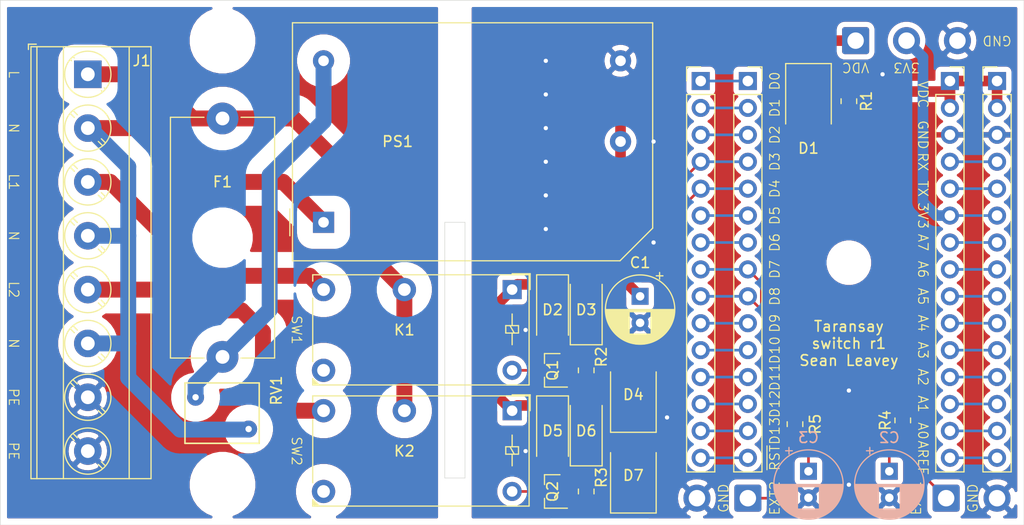
<source format=kicad_pcb>
(kicad_pcb (version 20171130) (host pcbnew 5.1.10)
  (layers (0 F.Cu signal) (31 B.Cu signal hide) (34 B.Paste user) (35 F.Paste user) (36 B.SilkS user hide) (37 F.SilkS user) (38 B.Mask user hide) (39 F.Mask user) (44 Edge.Cuts user))
  (net 0 "")
  (net 1 GND)
  (net 2 VDC)
  (net 3 /D7)
  (net 4 /D8)
  (net 5 "Net-(D2-Pad2)")
  (net 6 "Net-(D3-Pad2)")
  (net 7 "Net-(D4-Pad1)")
  (net 8 "Net-(D5-Pad2)")
  (net 9 "Net-(D6-Pad2)")
  (net 10 "Net-(D7-Pad1)")
  (net 11 "Net-(F1-Pad2)")
  (net 12 "Net-(F1-Pad1)")
  (net 13 Earth_Protective)
  (net 14 "Net-(J1-Pad2)")
  (net 15 "Net-(J1-Pad5)")
  (net 16 "Net-(J1-Pad3)")
  (net 17 +3V3)
  (net 18 "Net-(J3-Pad1)")
  (net 19 "Net-(J4-Pad1)")
  (net 20 /AREF)
  (net 21 /A0)
  (net 22 /A1)
  (net 23 /A2)
  (net 24 /A3)
  (net 25 /A4)
  (net 26 /A5)
  (net 27 /A6)
  (net 28 /A7)
  (net 29 /D1)
  (net 30 /D0)
  (net 31 /~RST)
  (net 32 /D13)
  (net 33 /D12)
  (net 34 /D11)
  (net 35 /D10)
  (net 36 /D9)
  (net 37 /D6)
  (net 38 /D5)
  (net 39 /D4)
  (net 40 /D3)
  (net 41 /D2)
  (net 42 "Net-(K1-Pad12)")
  (net 43 "Net-(K2-Pad12)")
  (net 44 "Net-(Q1-Pad1)")
  (net 45 "Net-(Q2-Pad1)")
  (module Fuse:Fuseholder_Cylinder-5x20mm_Schurter_0031_8201_Horizontal_Open (layer F.Cu) (at 135.255 103.505 90)
    (fp_text reference F1 (at 16.51 0 180) (layer F.SilkS))
    (fp_text value Fuse)
    (pad "" np_thru_hole circle (at 11.25 0 90) (size 2.7 2.7) (drill 2.7) (layers *.Cu *.Mask))
    (pad 2 thru_hole circle (at 22.5 0 90) (size 3 3) (drill 1.3) (layers *.Cu *.Mask) (net 11 "Net-(F1-Pad2)"))
    (pad 1 thru_hole circle (at 0 0 90) (size 3 3) (drill 1.3) (layers *.Cu *.Mask) (net 12 "Net-(F1-Pad1)"))
  )
  (module MountingHole:MountingHole_3.2mm_M3 (layer F.Cu) (at 135.255 73.66)
    (fp_text reference H3 hide)
    (fp_text value MountingHole)
    (pad 1 np_thru_hole circle (at 0 0) (size 3.2 3.2) (drill 3.2) (layers *.Cu *.Mask))
  )
  (module MountingHole:MountingHole_3.2mm_M3 (layer F.Cu) (at 135.255 115.57)
    (fp_text reference H2 hide)
    (fp_text value MountingHole)
    (pad 1 np_thru_hole circle (at 0 0) (size 3.2 3.2) (drill 3.2) (layers *.Cu *.Mask))
  )
  (module MountingHole:MountingHole_3.2mm_M3 (layer F.Cu) (at 194.31 94.615)
    (fp_text reference H1 hide)
    (fp_text value MountingHole)
    (pad 1 np_thru_hole circle (at 0 0) (size 3.2 3.2) (drill 3.2) (layers *.Cu *.Mask))
  )
  (module Resistor_SMD:R_0805_2012Metric (layer F.Cu) (at 189.23 109.855 90)
    (fp_text reference R5 (at 0 1.905 90) (layer F.SilkS))
    (fp_text value 1k)
    (pad 2 smd roundrect (at 0.9125 0 90) (size 1.025 1.4) (layers F.Cu F.Paste F.Mask) (roundrect_rratio 0.2439014634146341) (net 4 /D8))
    (pad 1 smd roundrect (at -0.9125 0 90) (size 1.025 1.4) (layers F.Cu F.Paste F.Mask) (roundrect_rratio 0.2439014634146341) (net 19 "Net-(J4-Pad1)"))
  )
  (module Capacitor_THT:CP_Radial_D6.3mm_P2.50mm (layer B.Cu) (at 198.12 114.3 270)
    (fp_text reference C2 (at -3.175 0) (layer B.SilkS) (effects (justify mirror)))
    (fp_text value 68u)
    (pad 2 thru_hole circle (at 2.5 0 270) (size 1.6 1.6) (drill 0.8) (layers *.Cu *.Mask) (net 1 GND))
    (pad 1 thru_hole rect (at 0 0 270) (size 1.6 1.6) (drill 0.8) (layers *.Cu *.Mask) (net 3 /D7))
  )
  (module Varistor:RV_Disc_D7mm_W5.7mm_P5mm (layer F.Cu) (at 132.715 107.315)
    (fp_text reference RV1 (at 7.62 -0.635 90) (layer F.SilkS))
    (fp_text value Varistor)
    (pad 2 thru_hole circle (at 5 3) (size 1.6 1.6) (drill 0.6) (layers *.Cu *.Mask) (net 14 "Net-(J1-Pad2)"))
    (pad 1 thru_hole circle (at 0 0) (size 1.6 1.6) (drill 0.6) (layers *.Cu *.Mask) (net 12 "Net-(F1-Pad1)"))
  )
  (module Resistor_SMD:R_0805_2012Metric (layer F.Cu) (at 199.39 109.4975 90)
    (fp_text reference R4 (at 0 -1.65 90) (layer F.SilkS))
    (fp_text value 1k)
    (pad 2 smd roundrect (at 0.9125 0 90) (size 1.025 1.4) (layers F.Cu F.Paste F.Mask) (roundrect_rratio 0.2439014634146341) (net 3 /D7))
    (pad 1 smd roundrect (at -0.9125 0 90) (size 1.025 1.4) (layers F.Cu F.Paste F.Mask) (roundrect_rratio 0.2439014634146341) (net 18 "Net-(J3-Pad1)"))
  )
  (module Resistor_SMD:R_0805_2012Metric (layer F.Cu) (at 169.545 116.205 90)
    (fp_text reference R3 (at 1.31249 1.422962 270) (layer F.SilkS))
    (fp_text value 3k01)
    (pad 2 smd roundrect (at 0.9125 0 90) (size 1.025 1.4) (layers F.Cu F.Paste F.Mask) (roundrect_rratio 0.2439014634146341) (net 39 /D4))
    (pad 1 smd roundrect (at -0.9125 0 90) (size 1.025 1.4) (layers F.Cu F.Paste F.Mask) (roundrect_rratio 0.2439014634146341) (net 45 "Net-(Q2-Pad1)"))
  )
  (module Resistor_SMD:R_0805_2012Metric (layer F.Cu) (at 169.545 104.775 90)
    (fp_text reference R2 (at 1.27 1.422962 90) (layer F.SilkS))
    (fp_text value 3k01)
    (pad 2 smd roundrect (at 0.9125 0 90) (size 1.025 1.4) (layers F.Cu F.Paste F.Mask) (roundrect_rratio 0.2439014634146341) (net 40 /D3))
    (pad 1 smd roundrect (at -0.9125 0 90) (size 1.025 1.4) (layers F.Cu F.Paste F.Mask) (roundrect_rratio 0.2439014634146341) (net 44 "Net-(Q1-Pad1)"))
  )
  (module Resistor_SMD:R_0805_2012Metric (layer F.Cu) (at 194.31 79.375 270)
    (fp_text reference R1 (at 0 -1.65 90) (layer F.SilkS))
    (fp_text value NP)
    (pad 2 smd roundrect (at 0.9125 0 270) (size 1.025 1.4) (layers F.Cu F.Paste F.Mask) (roundrect_rratio 0.2439014634146341) (net 1 GND))
    (pad 1 smd roundrect (at -0.9125 0 270) (size 1.025 1.4) (layers F.Cu F.Paste F.Mask) (roundrect_rratio 0.2439014634146341) (net 2 VDC))
  )
  (module Package_TO_SOT_SMD:SOT-23 (layer F.Cu) (at 166.37 116.205 180)
    (fp_text reference Q2 (at 0 0 90) (layer F.SilkS))
    (fp_text value MMBT2222AL)
    (pad 3 smd rect (at 1 0 180) (size 0.9 0.8) (layers F.Cu F.Paste F.Mask) (net 10 "Net-(D7-Pad1)"))
    (pad 2 smd rect (at -1 0.95 180) (size 0.9 0.8) (layers F.Cu F.Paste F.Mask) (net 1 GND))
    (pad 1 smd rect (at -1 -0.95 180) (size 0.9 0.8) (layers F.Cu F.Paste F.Mask) (net 45 "Net-(Q2-Pad1)"))
  )
  (module Package_TO_SOT_SMD:SOT-23 (layer F.Cu) (at 166.37 104.775 180)
    (fp_text reference Q1 (at 0 0 90) (layer F.SilkS))
    (fp_text value MMBT2222AL)
    (pad 3 smd rect (at 1 0 180) (size 0.9 0.8) (layers F.Cu F.Paste F.Mask) (net 7 "Net-(D4-Pad1)"))
    (pad 2 smd rect (at -1 0.95 180) (size 0.9 0.8) (layers F.Cu F.Paste F.Mask) (net 1 GND))
    (pad 1 smd rect (at -1 -0.95 180) (size 0.9 0.8) (layers F.Cu F.Paste F.Mask) (net 44 "Net-(Q1-Pad1)"))
  )
  (module Converter_ACDC:Converter_ACDC_RECOM_RAC01-xxSGB_THT (layer F.Cu) (at 144.78 90.805)
    (fp_text reference PS1 (at 6.985 -7.62 180) (layer F.SilkS))
    (fp_text value RAC01-05SGB)
    (pad 1 thru_hole rect (at 0 0 180) (size 2 2) (drill 1) (layers *.Cu *.Mask) (net 14 "Net-(J1-Pad2)"))
    (pad 2 thru_hole circle (at 0 -15.24 180) (size 2 2) (drill 1) (layers *.Cu *.Mask) (net 12 "Net-(F1-Pad1)"))
    (pad 4 thru_hole circle (at 28 -7.62 180) (size 2 2) (drill 1) (layers *.Cu *.Mask) (net 2 VDC))
    (pad 3 thru_hole circle (at 28 -15.24 180) (size 2 2) (drill 1) (layers *.Cu *.Mask) (net 1 GND))
  )
  (module Relay_THT:Relay_SPDT_Finder_32.21-x000 (layer F.Cu) (at 162.56 108.585 180)
    (fp_text reference K2 (at 10.16 -3.81) (layer F.SilkS))
    (fp_text value FINDER-32.21-x000)
    (pad 12 thru_hole circle (at 17.78 -7.62 270) (size 2.2 2.2) (drill 1.2) (layers *.Cu *.Mask) (net 43 "Net-(K2-Pad12)"))
    (pad 14 thru_hole circle (at 17.78 0 270) (size 2.2 2.2) (drill 1.2) (layers *.Cu *.Mask) (net 15 "Net-(J1-Pad5)"))
    (pad 11 thru_hole circle (at 10.16 0 270) (size 2.2 2.2) (drill 1.2) (layers *.Cu *.Mask) (net 11 "Net-(F1-Pad2)"))
    (pad A2 thru_hole circle (at 0 -7.62 270) (size 1.8 1.8) (drill 1) (layers *.Cu *.Mask) (net 10 "Net-(D7-Pad1)"))
    (pad A1 thru_hole rect (at 0 0 270) (size 1.8 1.8) (drill 1) (layers *.Cu *.Mask) (net 2 VDC))
  )
  (module Relay_THT:Relay_SPDT_Finder_32.21-x000 (layer F.Cu) (at 162.56 97.155 180)
    (fp_text reference K1 (at 10.16 -3.81) (layer F.SilkS))
    (fp_text value FINDER-32.21-x000)
    (pad 12 thru_hole circle (at 17.78 -7.62 270) (size 2.2 2.2) (drill 1.2) (layers *.Cu *.Mask) (net 42 "Net-(K1-Pad12)"))
    (pad 14 thru_hole circle (at 17.78 0 270) (size 2.2 2.2) (drill 1.2) (layers *.Cu *.Mask) (net 16 "Net-(J1-Pad3)"))
    (pad 11 thru_hole circle (at 10.16 0 270) (size 2.2 2.2) (drill 1.2) (layers *.Cu *.Mask) (net 11 "Net-(F1-Pad2)"))
    (pad A2 thru_hole circle (at 0 -7.62 270) (size 1.8 1.8) (drill 1) (layers *.Cu *.Mask) (net 7 "Net-(D4-Pad1)"))
    (pad A1 thru_hole rect (at 0 0 270) (size 1.8 1.8) (drill 1) (layers *.Cu *.Mask) (net 2 VDC))
  )
  (module Connector_PinSocket_2.54mm:PinSocket_1x15_P2.54mm_Vertical (layer F.Cu) (at 184.785 77.47)
    (fp_text reference J8 hide)
    (fp_text value "Digital breakout")
    (pad 15 thru_hole oval (at 0 35.56) (size 1.7 1.7) (drill 1) (layers *.Cu *.Mask) (net 31 /~RST))
    (pad 14 thru_hole oval (at 0 33.02) (size 1.7 1.7) (drill 1) (layers *.Cu *.Mask) (net 32 /D13))
    (pad 13 thru_hole oval (at 0 30.48) (size 1.7 1.7) (drill 1) (layers *.Cu *.Mask) (net 33 /D12))
    (pad 12 thru_hole oval (at 0 27.94) (size 1.7 1.7) (drill 1) (layers *.Cu *.Mask) (net 34 /D11))
    (pad 11 thru_hole oval (at 0 25.4) (size 1.7 1.7) (drill 1) (layers *.Cu *.Mask) (net 35 /D10))
    (pad 10 thru_hole oval (at 0 22.86) (size 1.7 1.7) (drill 1) (layers *.Cu *.Mask) (net 36 /D9))
    (pad 9 thru_hole oval (at 0 20.32) (size 1.7 1.7) (drill 1) (layers *.Cu *.Mask) (net 4 /D8))
    (pad 8 thru_hole oval (at 0 17.78) (size 1.7 1.7) (drill 1) (layers *.Cu *.Mask) (net 3 /D7))
    (pad 7 thru_hole oval (at 0 15.24) (size 1.7 1.7) (drill 1) (layers *.Cu *.Mask) (net 37 /D6))
    (pad 6 thru_hole oval (at 0 12.7) (size 1.7 1.7) (drill 1) (layers *.Cu *.Mask) (net 38 /D5))
    (pad 5 thru_hole oval (at 0 10.16) (size 1.7 1.7) (drill 1) (layers *.Cu *.Mask) (net 39 /D4))
    (pad 4 thru_hole oval (at 0 7.62) (size 1.7 1.7) (drill 1) (layers *.Cu *.Mask) (net 40 /D3))
    (pad 3 thru_hole oval (at 0 5.08) (size 1.7 1.7) (drill 1) (layers *.Cu *.Mask) (net 41 /D2))
    (pad 2 thru_hole oval (at 0 2.54) (size 1.7 1.7) (drill 1) (layers *.Cu *.Mask) (net 29 /D1))
    (pad 1 thru_hole rect (at 0 0) (size 1.7 1.7) (drill 1) (layers *.Cu *.Mask) (net 30 /D0))
  )
  (module Connector_PinSocket_2.54mm:PinSocket_1x15_P2.54mm_Vertical (layer F.Cu) (at 203.835 77.47)
    (fp_text reference J7 hide)
    (fp_text value "Analog breakout")
    (pad 15 thru_hole oval (at 0 35.56) (size 1.7 1.7) (drill 1) (layers *.Cu *.Mask) (net 20 /AREF))
    (pad 14 thru_hole oval (at 0 33.02) (size 1.7 1.7) (drill 1) (layers *.Cu *.Mask) (net 21 /A0))
    (pad 13 thru_hole oval (at 0 30.48) (size 1.7 1.7) (drill 1) (layers *.Cu *.Mask) (net 22 /A1))
    (pad 12 thru_hole oval (at 0 27.94) (size 1.7 1.7) (drill 1) (layers *.Cu *.Mask) (net 23 /A2))
    (pad 11 thru_hole oval (at 0 25.4) (size 1.7 1.7) (drill 1) (layers *.Cu *.Mask) (net 24 /A3))
    (pad 10 thru_hole oval (at 0 22.86) (size 1.7 1.7) (drill 1) (layers *.Cu *.Mask) (net 25 /A4))
    (pad 9 thru_hole oval (at 0 20.32) (size 1.7 1.7) (drill 1) (layers *.Cu *.Mask) (net 26 /A5))
    (pad 8 thru_hole oval (at 0 17.78) (size 1.7 1.7) (drill 1) (layers *.Cu *.Mask) (net 27 /A6))
    (pad 7 thru_hole oval (at 0 15.24) (size 1.7 1.7) (drill 1) (layers *.Cu *.Mask) (net 28 /A7))
    (pad 6 thru_hole oval (at 0 12.7) (size 1.7 1.7) (drill 1) (layers *.Cu *.Mask) (net 17 +3V3))
    (pad 5 thru_hole oval (at 0 10.16) (size 1.7 1.7) (drill 1) (layers *.Cu *.Mask) (net 29 /D1))
    (pad 4 thru_hole oval (at 0 7.62) (size 1.7 1.7) (drill 1) (layers *.Cu *.Mask) (net 30 /D0))
    (pad 3 thru_hole oval (at 0 5.08) (size 1.7 1.7) (drill 1) (layers *.Cu *.Mask) (net 1 GND))
    (pad 2 thru_hole oval (at 0 2.54) (size 1.7 1.7) (drill 1) (layers *.Cu *.Mask) (net 2 VDC))
    (pad 1 thru_hole rect (at 0 0) (size 1.7 1.7) (drill 1) (layers *.Cu *.Mask) (net 2 VDC))
  )
  (module Connector_PinHeader_2.54mm:PinHeader_1x15_P2.54mm_Vertical (layer F.Cu) (at 180.34 77.47)
    (fp_text reference J6 hide)
    (fp_text value Digital)
    (pad 15 thru_hole oval (at 0 35.56) (size 1.7 1.7) (drill 1) (layers *.Cu *.Mask) (net 31 /~RST))
    (pad 14 thru_hole oval (at 0 33.02) (size 1.7 1.7) (drill 1) (layers *.Cu *.Mask) (net 32 /D13))
    (pad 13 thru_hole oval (at 0 30.48) (size 1.7 1.7) (drill 1) (layers *.Cu *.Mask) (net 33 /D12))
    (pad 12 thru_hole oval (at 0 27.94) (size 1.7 1.7) (drill 1) (layers *.Cu *.Mask) (net 34 /D11))
    (pad 11 thru_hole oval (at 0 25.4) (size 1.7 1.7) (drill 1) (layers *.Cu *.Mask) (net 35 /D10))
    (pad 10 thru_hole oval (at 0 22.86) (size 1.7 1.7) (drill 1) (layers *.Cu *.Mask) (net 36 /D9))
    (pad 9 thru_hole oval (at 0 20.32) (size 1.7 1.7) (drill 1) (layers *.Cu *.Mask) (net 4 /D8))
    (pad 8 thru_hole oval (at 0 17.78) (size 1.7 1.7) (drill 1) (layers *.Cu *.Mask) (net 3 /D7))
    (pad 7 thru_hole oval (at 0 15.24) (size 1.7 1.7) (drill 1) (layers *.Cu *.Mask) (net 37 /D6))
    (pad 6 thru_hole oval (at 0 12.7) (size 1.7 1.7) (drill 1) (layers *.Cu *.Mask) (net 38 /D5))
    (pad 5 thru_hole oval (at 0 10.16) (size 1.7 1.7) (drill 1) (layers *.Cu *.Mask) (net 39 /D4))
    (pad 4 thru_hole oval (at 0 7.62) (size 1.7 1.7) (drill 1) (layers *.Cu *.Mask) (net 40 /D3))
    (pad 3 thru_hole oval (at 0 5.08) (size 1.7 1.7) (drill 1) (layers *.Cu *.Mask) (net 41 /D2))
    (pad 2 thru_hole oval (at 0 2.54) (size 1.7 1.7) (drill 1) (layers *.Cu *.Mask) (net 29 /D1))
    (pad 1 thru_hole rect (at 0 0) (size 1.7 1.7) (drill 1) (layers *.Cu *.Mask) (net 30 /D0))
  )
  (module Connector_PinHeader_2.54mm:PinHeader_1x15_P2.54mm_Vertical (layer F.Cu) (at 208.28 77.47)
    (fp_text reference J5 hide)
    (fp_text value Analog)
    (pad 15 thru_hole oval (at 0 35.56) (size 1.7 1.7) (drill 1) (layers *.Cu *.Mask) (net 20 /AREF))
    (pad 14 thru_hole oval (at 0 33.02) (size 1.7 1.7) (drill 1) (layers *.Cu *.Mask) (net 21 /A0))
    (pad 13 thru_hole oval (at 0 30.48) (size 1.7 1.7) (drill 1) (layers *.Cu *.Mask) (net 22 /A1))
    (pad 12 thru_hole oval (at 0 27.94) (size 1.7 1.7) (drill 1) (layers *.Cu *.Mask) (net 23 /A2))
    (pad 11 thru_hole oval (at 0 25.4) (size 1.7 1.7) (drill 1) (layers *.Cu *.Mask) (net 24 /A3))
    (pad 10 thru_hole oval (at 0 22.86) (size 1.7 1.7) (drill 1) (layers *.Cu *.Mask) (net 25 /A4))
    (pad 9 thru_hole oval (at 0 20.32) (size 1.7 1.7) (drill 1) (layers *.Cu *.Mask) (net 26 /A5))
    (pad 8 thru_hole oval (at 0 17.78) (size 1.7 1.7) (drill 1) (layers *.Cu *.Mask) (net 27 /A6))
    (pad 7 thru_hole oval (at 0 15.24) (size 1.7 1.7) (drill 1) (layers *.Cu *.Mask) (net 28 /A7))
    (pad 6 thru_hole oval (at 0 12.7) (size 1.7 1.7) (drill 1) (layers *.Cu *.Mask) (net 17 +3V3))
    (pad 5 thru_hole oval (at 0 10.16) (size 1.7 1.7) (drill 1) (layers *.Cu *.Mask) (net 29 /D1))
    (pad 4 thru_hole oval (at 0 7.62) (size 1.7 1.7) (drill 1) (layers *.Cu *.Mask) (net 30 /D0))
    (pad 3 thru_hole oval (at 0 5.08) (size 1.7 1.7) (drill 1) (layers *.Cu *.Mask) (net 1 GND))
    (pad 2 thru_hole oval (at 0 2.54) (size 1.7 1.7) (drill 1) (layers *.Cu *.Mask) (net 2 VDC))
    (pad 1 thru_hole rect (at 0 0) (size 1.7 1.7) (drill 1) (layers *.Cu *.Mask) (net 2 VDC))
  )
  (module Connector_Wire:SolderWire-0.75sqmm_1x02_P4.8mm_D1.25mm_OD2.3mm (layer F.Cu) (at 184.785 116.84 180)
    (fp_text reference J4 hide)
    (fp_text value "External button 2")
    (pad 2 thru_hole circle (at 4.8 0 180) (size 2.55 2.55) (drill 1.55) (layers *.Cu *.Mask) (net 1 GND))
    (pad 1 thru_hole roundrect (at 0 0 180) (size 2.55 2.55) (drill 1.55) (layers *.Cu *.Mask) (roundrect_rratio 0.09803882352941176) (net 19 "Net-(J4-Pad1)"))
  )
  (module Connector_Wire:SolderWire-0.75sqmm_1x02_P4.8mm_D1.25mm_OD2.3mm (layer F.Cu) (at 203.48 116.84)
    (fp_text reference J3 hide)
    (fp_text value "External button 1")
    (pad 2 thru_hole circle (at 4.8 0) (size 2.55 2.55) (drill 1.55) (layers *.Cu *.Mask) (net 1 GND))
    (pad 1 thru_hole roundrect (at 0 0) (size 2.55 2.55) (drill 1.55) (layers *.Cu *.Mask) (roundrect_rratio 0.09803882352941176) (net 18 "Net-(J3-Pad1)"))
  )
  (module Connector_Wire:SolderWire-0.75sqmm_1x03_P4.8mm_D1.25mm_OD2.3mm (layer F.Cu) (at 194.945 73.66)
    (fp_text reference J2 hide)
    (fp_text value DC)
    (pad 3 thru_hole circle (at 9.6 0) (size 2.55 2.55) (drill 1.55) (layers *.Cu *.Mask) (net 1 GND))
    (pad 2 thru_hole circle (at 4.8 0) (size 2.55 2.55) (drill 1.55) (layers *.Cu *.Mask) (net 17 +3V3))
    (pad 1 thru_hole roundrect (at 0 0) (size 2.55 2.55) (drill 1.55) (layers *.Cu *.Mask) (roundrect_rratio 0.09803882352941176) (net 2 VDC))
  )
  (module TerminalBlock_Phoenix:TerminalBlock_Phoenix_MKDS-3-8-5.08_1x08_P5.08mm_Horizontal (layer F.Cu) (at 122.555 76.835 270)
    (fp_text reference J1 (at -1.27 -5.08 180) (layer F.SilkS))
    (fp_text value Power)
    (pad 8 thru_hole circle (at 35.56 0 270) (size 2.6 2.6) (drill 1.3) (layers *.Cu *.Mask) (net 13 Earth_Protective))
    (pad 7 thru_hole circle (at 30.48 0 270) (size 2.6 2.6) (drill 1.3) (layers *.Cu *.Mask) (net 13 Earth_Protective))
    (pad 6 thru_hole circle (at 25.4 0 270) (size 2.6 2.6) (drill 1.3) (layers *.Cu *.Mask) (net 14 "Net-(J1-Pad2)"))
    (pad 5 thru_hole circle (at 20.32 0 270) (size 2.6 2.6) (drill 1.3) (layers *.Cu *.Mask) (net 15 "Net-(J1-Pad5)"))
    (pad 4 thru_hole circle (at 15.24 0 270) (size 2.6 2.6) (drill 1.3) (layers *.Cu *.Mask) (net 14 "Net-(J1-Pad2)"))
    (pad 3 thru_hole circle (at 10.16 0 270) (size 2.6 2.6) (drill 1.3) (layers *.Cu *.Mask) (net 16 "Net-(J1-Pad3)"))
    (pad 2 thru_hole circle (at 5.08 0 270) (size 2.6 2.6) (drill 1.3) (layers *.Cu *.Mask) (net 14 "Net-(J1-Pad2)"))
    (pad 1 thru_hole rect (at 0 0 270) (size 2.6 2.6) (drill 1.3) (layers *.Cu *.Mask) (net 11 "Net-(F1-Pad2)"))
  )
  (module Diode_SMD:D_SMB (layer F.Cu) (at 173.99 114.69 90)
    (fp_text reference D7 (at 0 0 180) (layer F.SilkS))
    (fp_text value SMBJ7.0A)
    (pad 2 smd rect (at 2.15 0 90) (size 2.5 2.3) (layers F.Cu F.Paste F.Mask) (net 9 "Net-(D6-Pad2)"))
    (pad 1 smd rect (at -2.15 0 90) (size 2.5 2.3) (layers F.Cu F.Paste F.Mask) (net 10 "Net-(D7-Pad1)"))
  )
  (module Diode_SMD:D_MELF (layer F.Cu) (at 169.545 110.49 90)
    (fp_text reference D6 (at 0 0 180) (layer F.SilkS))
    (fp_text value SM4007)
    (pad 2 smd rect (at 2.4 0 90) (size 1.5 2.7) (layers F.Cu F.Paste F.Mask) (net 9 "Net-(D6-Pad2)"))
    (pad 1 smd rect (at -2.4 0 90) (size 1.5 2.7) (layers F.Cu F.Paste F.Mask) (net 8 "Net-(D5-Pad2)"))
  )
  (module Diode_SMD:D_MELF (layer F.Cu) (at 166.37 110.49 270)
    (fp_text reference D5 (at 0 0 180) (layer F.SilkS))
    (fp_text value SM4007)
    (pad 2 smd rect (at 2.4 0 270) (size 1.5 2.7) (layers F.Cu F.Paste F.Mask) (net 8 "Net-(D5-Pad2)"))
    (pad 1 smd rect (at -2.4 0 270) (size 1.5 2.7) (layers F.Cu F.Paste F.Mask) (net 2 VDC))
  )
  (module Diode_SMD:D_SMB (layer F.Cu) (at 173.99 107.07 90)
    (fp_text reference D4 (at 0 0 180) (layer F.SilkS))
    (fp_text value SMBJ7.0A)
    (pad 2 smd rect (at 2.15 0 90) (size 2.5 2.3) (layers F.Cu F.Paste F.Mask) (net 6 "Net-(D3-Pad2)"))
    (pad 1 smd rect (at -2.15 0 90) (size 2.5 2.3) (layers F.Cu F.Paste F.Mask) (net 7 "Net-(D4-Pad1)"))
  )
  (module Diode_SMD:D_MELF (layer F.Cu) (at 169.545 99.06 90)
    (fp_text reference D3 (at 0 0 180) (layer F.SilkS))
    (fp_text value SM4007)
    (pad 2 smd rect (at 2.4 0 90) (size 1.5 2.7) (layers F.Cu F.Paste F.Mask) (net 6 "Net-(D3-Pad2)"))
    (pad 1 smd rect (at -2.4 0 90) (size 1.5 2.7) (layers F.Cu F.Paste F.Mask) (net 5 "Net-(D2-Pad2)"))
  )
  (module Diode_SMD:D_MELF (layer F.Cu) (at 166.37 99.06 270)
    (fp_text reference D2 (at 0 0 180) (layer F.SilkS))
    (fp_text value SM4007)
    (pad 2 smd rect (at 2.4 0 270) (size 1.5 2.7) (layers F.Cu F.Paste F.Mask) (net 5 "Net-(D2-Pad2)"))
    (pad 1 smd rect (at -2.4 0 270) (size 1.5 2.7) (layers F.Cu F.Paste F.Mask) (net 2 VDC))
  )
  (module Diode_SMD:D_SMB (layer F.Cu) (at 190.5 79.375 270)
    (fp_text reference D1 (at 4.445 0 180) (layer F.SilkS))
    (fp_text value SMBJ7.0A)
    (pad 2 smd rect (at 2.15 0 270) (size 2.5 2.3) (layers F.Cu F.Paste F.Mask) (net 1 GND))
    (pad 1 smd rect (at -2.15 0 270) (size 2.5 2.3) (layers F.Cu F.Paste F.Mask) (net 2 VDC))
  )
  (module Capacitor_THT:CP_Radial_D6.3mm_P2.50mm (layer B.Cu) (at 190.5 114.3 270)
    (fp_text reference C3 (at -3.175 0 180) (layer B.SilkS) (effects (justify mirror)))
    (fp_text value 68u)
    (pad 2 thru_hole circle (at 2.5 0 270) (size 1.6 1.6) (drill 0.8) (layers *.Cu *.Mask) (net 1 GND))
    (pad 1 thru_hole rect (at 0 0 270) (size 1.6 1.6) (drill 0.8) (layers *.Cu *.Mask) (net 4 /D8))
  )
  (module Capacitor_THT:CP_Radial_D6.3mm_P2.50mm (layer F.Cu) (at 174.625 97.79 270)
    (fp_text reference C1 (at -3.175 0 180) (layer F.SilkS))
    (fp_text value 68u)
    (pad 2 thru_hole circle (at 2.5 0 270) (size 1.6 1.6) (drill 0.8) (layers *.Cu *.Mask) (net 1 GND))
    (pad 1 thru_hole rect (at 0 0 270) (size 1.6 1.6) (drill 0.8) (layers *.Cu *.Mask) (net 2 VDC))
  )
  (gr_text "Taransay\nswitch r1\nSean Leavey" (at 194.31 102.235) (layer F.SilkS) (effects (font (size 1 1))))
  (gr_text SW2 (at 142.24 112.395 -90) (layer F.SilkS) (effects (font (size 0.9 0.9) (thickness 0.1))))
  (gr_text SW1 (at 142.24 100.965 -90) (layer F.SilkS) (effects (font (size 0.9 0.9) (thickness 0.1))))
  (gr_text PE (at 115.57 112.395 -90) (layer F.SilkS) (effects (font (size 0.9 0.9) (thickness 0.1))))
  (gr_text PE (at 115.57 107.315 -90) (layer F.SilkS) (effects (font (size 0.9 0.9) (thickness 0.1))))
  (gr_text N (at 115.57 102.235 -90) (layer F.SilkS) (effects (font (size 0.9 0.9) (thickness 0.1))))
  (gr_text L2 (at 115.57 97.155 -90) (layer F.SilkS) (effects (font (size 0.9 0.9) (thickness 0.1))))
  (gr_text N (at 115.57 92.075 -90) (layer F.SilkS) (effects (font (size 0.9 0.9) (thickness 0.1))))
  (gr_text L1 (at 115.57 86.995 -90) (layer F.SilkS) (effects (font (size 0.9 0.9) (thickness 0.1))))
  (gr_text N (at 115.57 81.915 -90) (layer F.SilkS) (effects (font (size 0.9 0.9) (thickness 0.1))))
  (gr_text L (at 115.57 76.835 -90) (layer F.SilkS) (effects (font (size 0.9 0.9) (thickness 0.1))))
  (gr_text GND (at 206 116.84 90) (layer F.SilkS) (effects (font (size 0.9 0.9) (thickness 0.1))))
  (gr_text GND (at 182.5 116.84 90) (layer F.SilkS) (effects (font (size 0.9 0.9) (thickness 0.1))))
  (gr_text EXT2 (at 187.325 116.84 90) (layer F.SilkS) (effects (font (size 0.9 0.9) (thickness 0.1))))
  (gr_text EXT1 (at 200.66 116.84 90) (layer F.SilkS) (effects (font (size 0.9 0.9) (thickness 0.1))))
  (gr_text GND (at 208.28 73.66 180) (layer F.SilkS) (effects (font (size 0.9 0.9) (thickness 0.1))))
  (gr_text 3V3 (at 199.745 76.2 180) (layer F.SilkS) (effects (font (size 0.9 0.9) (thickness 0.1))))
  (gr_text VDC (at 194.945 76.2 180) (layer F.SilkS) (effects (font (size 0.9 0.9) (thickness 0.1))))
  (gr_text VDC (at 201.295 78.74 -90) (layer F.SilkS) (effects (font (size 0.9 0.9) (thickness 0.1))))
  (gr_text GND (at 201.295 82.55 -90) (layer F.SilkS) (effects (font (size 0.9 0.9) (thickness 0.1))))
  (gr_text RX (at 201.295 85.09 -90) (layer F.SilkS) (effects (font (size 0.9 0.9) (thickness 0.1))))
  (gr_text TX (at 201.295 87.63 -90) (layer F.SilkS) (effects (font (size 0.9 0.9) (thickness 0.1))))
  (gr_text 3V3 (at 201.295 90.17 -90) (layer F.SilkS) (effects (font (size 0.9 0.9) (thickness 0.1))))
  (gr_text A7 (at 201.295 92.71 -90) (layer F.SilkS) (effects (font (size 0.9 0.9) (thickness 0.1))))
  (gr_text A6 (at 201.295 95.25 -90) (layer F.SilkS) (effects (font (size 0.9 0.9) (thickness 0.1))))
  (gr_text A5 (at 201.295 97.79 -90) (layer F.SilkS) (effects (font (size 0.9 0.9) (thickness 0.1))))
  (gr_text A4 (at 201.295 100.33 -90) (layer F.SilkS) (effects (font (size 0.9 0.9) (thickness 0.1))))
  (gr_text A3 (at 201.295 102.87 -90) (layer F.SilkS) (effects (font (size 0.9 0.9) (thickness 0.1))))
  (gr_text A2 (at 201.295 105.41 -90) (layer F.SilkS) (effects (font (size 0.9 0.9) (thickness 0.1))))
  (gr_text A1 (at 201.295 107.95 -90) (layer F.SilkS) (effects (font (size 0.9 0.9) (thickness 0.1))))
  (gr_text A0 (at 201.295 110.49 -90) (layer F.SilkS) (effects (font (size 0.9 0.9) (thickness 0.1))))
  (gr_text AREF (at 201.295 113.03 -90) (layer F.SilkS) (effects (font (size 0.9 0.9) (thickness 0.1))))
  (gr_text ~RST (at 187.325 113.03 90) (layer F.SilkS) (effects (font (size 0.9 0.9) (thickness 0.1))))
  (gr_text D13 (at 187.325 110.49 90) (layer F.SilkS) (effects (font (size 0.9 0.9) (thickness 0.1))))
  (gr_text D12 (at 187.325 107.95 90) (layer F.SilkS) (effects (font (size 0.9 0.9) (thickness 0.1))))
  (gr_text D11 (at 187.325 105.41 90) (layer F.SilkS) (effects (font (size 0.9 0.9) (thickness 0.1))))
  (gr_text D10 (at 187.325 102.87 90) (layer F.SilkS) (effects (font (size 0.9 0.9) (thickness 0.1))))
  (gr_text D9 (at 187.325 100.33 90) (layer F.SilkS) (effects (font (size 0.9 0.9) (thickness 0.1))))
  (gr_text D8 (at 187.325 97.79 90) (layer F.SilkS) (effects (font (size 0.9 0.9) (thickness 0.1))))
  (gr_text D7 (at 187.325 95.25 90) (layer F.SilkS) (effects (font (size 0.9 0.9) (thickness 0.1))))
  (gr_text D6 (at 187.325 92.71 90) (layer F.SilkS) (effects (font (size 0.9 0.9) (thickness 0.1))))
  (gr_text D5 (at 187.325 90.17 90) (layer F.SilkS) (effects (font (size 0.9 0.9) (thickness 0.1))))
  (gr_text D4 (at 187.325 87.63 90) (layer F.SilkS) (effects (font (size 0.9 0.9) (thickness 0.1))))
  (gr_text D3 (at 187.325 85.09 90) (layer F.SilkS) (effects (font (size 0.9 0.9) (thickness 0.1))))
  (gr_text D2 (at 187.325 82.55 90) (layer F.SilkS) (effects (font (size 0.9 0.9) (thickness 0.1))))
  (gr_text D1 (at 187.325 80.01 90) (layer F.SilkS) (effects (font (size 0.9 0.9) (thickness 0.1))))
  (gr_text D0 (at 187.325 77.47 90) (layer F.SilkS) (effects (font (size 0.9 0.9) (thickness 0.1))))
  (gr_line (start 158.115 90.805) (end 156.21 90.805) (layer Edge.Cuts) (width 0.05))
  (gr_line (start 158.115 114.935) (end 158.115 90.805) (layer Edge.Cuts) (width 0.05))
  (gr_line (start 156.21 114.935) (end 158.115 114.935) (layer Edge.Cuts) (width 0.05))
  (gr_line (start 156.21 90.805) (end 156.21 114.935) (layer Edge.Cuts) (width 0.05))
  (gr_line (start 210.82 69.85) (end 114.3 69.85) (layer Edge.Cuts) (width 0.05))
  (gr_line (start 210.82 119.38) (end 210.82 69.85) (layer Edge.Cuts) (width 0.05))
  (gr_line (start 114.3 119.38) (end 210.82 119.38) (layer Edge.Cuts) (width 0.05))
  (gr_line (start 114.3 69.85) (end 114.3 119.38) (layer Edge.Cuts) (width 0.05))
  (via (at 165.735 91.44) (size 0.8) (drill 0.4) (layers F.Cu B.Cu) (net 1))
  (via (at 165.735 88.265) (size 0.8) (drill 0.4) (layers F.Cu B.Cu) (net 1))
  (via (at 165.735 85.09) (size 0.8) (drill 0.4) (layers F.Cu B.Cu) (net 1))
  (via (at 165.735 81.915) (size 0.8) (drill 0.4) (layers F.Cu B.Cu) (net 1))
  (via (at 165.735 78.74) (size 0.8) (drill 0.4) (layers F.Cu B.Cu) (net 1))
  (via (at 165.735 75.565) (size 0.8) (drill 0.4) (layers F.Cu B.Cu) (net 1))
  (via (at 163.83 100.965) (size 0.8) (drill 0.4) (layers F.Cu B.Cu) (net 1))
  (via (at 163.83 112.395) (size 0.8) (drill 0.4) (layers F.Cu B.Cu) (net 1))
  (via (at 177.165 109.22) (size 0.8) (drill 0.4) (layers F.Cu B.Cu) (net 1))
  (via (at 175.895 92.71) (size 0.8) (drill 0.4) (layers F.Cu B.Cu) (net 1))
  (via (at 175.895 83.185) (size 0.8) (drill 0.4) (layers F.Cu B.Cu) (net 1))
  (via (at 197.485 76.835) (size 0.8) (drill 0.4) (layers F.Cu B.Cu) (net 1))
  (via (at 194.31 115.57) (size 0.8) (drill 0.4) (layers F.Cu B.Cu) (net 1))
  (via (at 194.31 106.68) (size 0.8) (drill 0.4) (layers F.Cu B.Cu) (net 1))
  (segment (start 208.28 77.47) (end 203.835 77.47) (width 1) (layer F.Cu) (net 2))
  (segment (start 208.28 80.01) (end 208.28 77.47) (width 1) (layer F.Cu) (net 2))
  (segment (start 190.745 77.47) (end 190.5 77.225) (width 1) (layer F.Cu) (net 2))
  (segment (start 203.835 78.74) (end 203.835 77.47) (width 1) (layer F.Cu) (net 2))
  (segment (start 203.835 80.01) (end 203.835 78.74) (width 1) (layer F.Cu) (net 2))
  (segment (start 190.5 77.225) (end 190.5 73.66) (width 1) (layer F.Cu) (net 2))
  (segment (start 190.5 73.66) (end 186.055 73.66) (width 1) (layer F.Cu) (net 2))
  (segment (start 194.945 73.66) (end 190.5 73.66) (width 1) (layer F.Cu) (net 2))
  (segment (start 162.56 108.585) (end 160.02 106.045) (width 1) (layer F.Cu) (net 2))
  (segment (start 160.02 99.695) (end 162.56 97.155) (width 1) (layer F.Cu) (net 2))
  (segment (start 160.02 106.045) (end 160.02 99.695) (width 1) (layer F.Cu) (net 2))
  (segment (start 163.055 108.09) (end 162.56 108.585) (width 1) (layer F.Cu) (net 2))
  (segment (start 166.37 108.09) (end 163.055 108.09) (width 1) (layer F.Cu) (net 2))
  (segment (start 163.055 96.66) (end 162.56 97.155) (width 1) (layer F.Cu) (net 2))
  (segment (start 166.37 96.66) (end 163.055 96.66) (width 1) (layer F.Cu) (net 2))
  (segment (start 172.78 95.945) (end 174.625 97.79) (width 1) (layer F.Cu) (net 2))
  (segment (start 172.78 95.945) (end 171.45 94.615) (width 1) (layer F.Cu) (net 2))
  (segment (start 171.45 94.615) (end 167.005 94.615) (width 1) (layer F.Cu) (net 2))
  (segment (start 166.37 95.25) (end 166.37 96.66) (width 1) (layer F.Cu) (net 2))
  (segment (start 167.005 94.615) (end 166.37 95.25) (width 1) (layer F.Cu) (net 2))
  (segment (start 172.78 93.285) (end 171.45 94.615) (width 1) (layer F.Cu) (net 2))
  (segment (start 172.78 92.135) (end 172.78 93.285) (width 1) (layer F.Cu) (net 2))
  (segment (start 172.78 83.185) (end 172.78 92.135) (width 1) (layer F.Cu) (net 2))
  (segment (start 171.51 94.555) (end 171.45 94.615) (width 1) (layer F.Cu) (net 2))
  (segment (start 172.78 94.555) (end 171.51 94.555) (width 1) (layer F.Cu) (net 2))
  (segment (start 172.78 92.135) (end 172.78 94.555) (width 1) (layer F.Cu) (net 2))
  (segment (start 172.78 94.555) (end 172.78 95.945) (width 1) (layer F.Cu) (net 2))
  (segment (start 193.0725 77.225) (end 194.31 78.4625) (width 1) (layer F.Cu) (net 2))
  (segment (start 190.5 77.225) (end 193.0725 77.225) (width 1) (layer F.Cu) (net 2))
  (segment (start 203.5575 78.4625) (end 203.835 78.74) (width 1) (layer F.Cu) (net 2))
  (segment (start 194.31 78.4625) (end 203.5575 78.4625) (width 1) (layer F.Cu) (net 2))
  (segment (start 203.5575 77.7475) (end 203.835 77.47) (width 1) (layer F.Cu) (net 2))
  (segment (start 203.5575 78.4625) (end 203.5575 77.7475) (width 1) (layer F.Cu) (net 2))
  (segment (start 203.835 77.47) (end 203.835 80.01) (width 1) (layer F.Cu) (net 2))
  (segment (start 172.78 83.185) (end 172.78 79.95) (width 1) (layer F.Cu) (net 2))
  (segment (start 172.78 79.95) (end 179.07 73.66) (width 1) (layer F.Cu) (net 2))
  (segment (start 186.055 73.66) (end 179.07 73.66) (width 1) (layer F.Cu) (net 2))
  (segment (start 180.34 95.25) (end 184.785 95.25) (width 0.25) (layer B.Cu) (net 3))
  (segment (start 198.12 114.3) (end 198.12 108.585) (width 0.25) (layer F.Cu) (net 3))
  (segment (start 198.12 108.585) (end 199.39 108.585) (width 0.25) (layer F.Cu) (net 3))
  (segment (start 188.41001 105.86001) (end 191.135 108.585) (width 0.25) (layer F.Cu) (net 3))
  (segment (start 188.41001 100.7786) (end 188.41001 105.86001) (width 0.25) (layer F.Cu) (net 3))
  (segment (start 191.135 108.585) (end 198.12 108.585) (width 0.25) (layer F.Cu) (net 3))
  (segment (start 186.055705 98.424295) (end 188.41001 100.7786) (width 0.25) (layer F.Cu) (net 3))
  (segment (start 186.055705 96.520705) (end 186.055705 98.424295) (width 0.25) (layer F.Cu) (net 3))
  (segment (start 184.785 95.25) (end 186.055705 96.520705) (width 0.25) (layer F.Cu) (net 3))
  (segment (start 180.34 97.79) (end 184.785 97.79) (width 0.25) (layer B.Cu) (net 4))
  (segment (start 190.5 110.49) (end 188.9525 108.9425) (width 0.25) (layer F.Cu) (net 4))
  (segment (start 190.5 114.3) (end 190.5 110.49) (width 0.25) (layer F.Cu) (net 4))
  (segment (start 189.23 107.31641) (end 189.23 108.9425) (width 0.25) (layer F.Cu) (net 4))
  (segment (start 187.960001 106.046411) (end 189.23 107.31641) (width 0.25) (layer F.Cu) (net 4))
  (segment (start 187.96 100.965) (end 187.960001 106.046411) (width 0.25) (layer F.Cu) (net 4))
  (segment (start 184.785 97.79) (end 187.96 100.965) (width 0.25) (layer F.Cu) (net 4))
  (segment (start 169.545 101.46) (end 166.37 101.46) (width 0.25) (layer F.Cu) (net 5))
  (segment (start 169.545 97.66) (end 172.72 100.835) (width 0.25) (layer F.Cu) (net 6))
  (segment (start 169.545 96.66) (end 169.545 97.66) (width 0.25) (layer F.Cu) (net 6))
  (segment (start 172.72 103.65) (end 173.99 104.92) (width 0.25) (layer F.Cu) (net 6))
  (segment (start 172.72 100.835) (end 172.72 103.65) (width 0.25) (layer F.Cu) (net 6))
  (segment (start 162.56 104.775) (end 165.37 104.775) (width 0.25) (layer F.Cu) (net 7))
  (segment (start 171.784999 107.014999) (end 173.99 109.22) (width 0.25) (layer F.Cu) (net 7))
  (segment (start 166.959999 107.014999) (end 171.784999 107.014999) (width 0.25) (layer F.Cu) (net 7))
  (segment (start 165.37 105.425) (end 166.959999 107.014999) (width 0.25) (layer F.Cu) (net 7))
  (segment (start 165.37 104.775) (end 165.37 105.425) (width 0.25) (layer F.Cu) (net 7))
  (segment (start 166.37 112.89) (end 169.545 112.89) (width 0.25) (layer F.Cu) (net 8))
  (segment (start 172.995 112.54) (end 173.99 112.54) (width 0.25) (layer F.Cu) (net 9))
  (segment (start 169.545 109.09) (end 172.995 112.54) (width 0.25) (layer F.Cu) (net 9))
  (segment (start 169.545 108.09) (end 169.545 109.09) (width 0.25) (layer F.Cu) (net 9))
  (segment (start 162.56 116.205) (end 165.37 116.205) (width 0.25) (layer F.Cu) (net 10))
  (segment (start 172.87499 117.95501) (end 173.99 116.84) (width 0.25) (layer F.Cu) (net 10))
  (segment (start 166.47001 117.95501) (end 172.87499 117.95501) (width 0.25) (layer F.Cu) (net 10))
  (segment (start 165.37 116.855) (end 166.47001 117.95501) (width 0.25) (layer F.Cu) (net 10))
  (segment (start 165.37 116.205) (end 165.37 116.855) (width 0.25) (layer F.Cu) (net 10))
  (segment (start 135.255 81.005) (end 141.965 81.005) (width 1.5) (layer F.Cu) (net 11))
  (segment (start 141.965 81.005) (end 148.030001 87.070001) (width 1.5) (layer F.Cu) (net 11))
  (segment (start 148.030001 92.785001) (end 152.4 97.155) (width 1.5) (layer F.Cu) (net 11))
  (segment (start 148.030001 87.070001) (end 148.030001 92.785001) (width 1.5) (layer F.Cu) (net 11))
  (segment (start 122.555 76.835) (end 128.27 76.835) (width 1.5) (layer F.Cu) (net 11))
  (segment (start 132.44 81.005) (end 135.255 81.005) (width 1.5) (layer F.Cu) (net 11))
  (segment (start 128.27 76.835) (end 132.44 81.005) (width 1.5) (layer F.Cu) (net 11))
  (segment (start 152.4 97.155) (end 152.4 108.585) (width 1.5) (layer F.Cu) (net 11))
  (segment (start 132.715 106.045) (end 135.255 103.505) (width 1.5) (layer B.Cu) (net 12))
  (segment (start 132.715 107.315) (end 132.715 106.045) (width 1.5) (layer B.Cu) (net 12))
  (segment (start 135.255 103.505) (end 139.7 99.06) (width 1.5) (layer B.Cu) (net 12))
  (segment (start 139.7 99.06) (end 139.7 86.36) (width 1.5) (layer B.Cu) (net 12))
  (segment (start 144.78 81.28) (end 144.78 75.565) (width 1.5) (layer B.Cu) (net 12))
  (segment (start 139.7 86.36) (end 144.78 81.28) (width 1.5) (layer B.Cu) (net 12))
  (segment (start 122.729002 81.915) (end 122.555 81.915) (width 1.5) (layer B.Cu) (net 14))
  (segment (start 126.365 85.550998) (end 122.729002 81.915) (width 1.5) (layer B.Cu) (net 14))
  (segment (start 122.555 92.075) (end 126.365 92.075) (width 1.5) (layer B.Cu) (net 14))
  (segment (start 126.365 92.075) (end 126.365 85.550998) (width 1.5) (layer B.Cu) (net 14))
  (segment (start 122.555 102.235) (end 126.365 102.235) (width 1.5) (layer B.Cu) (net 14))
  (segment (start 126.365 102.235) (end 126.365 92.075) (width 1.5) (layer B.Cu) (net 14))
  (segment (start 122.555 81.915) (end 127 81.915) (width 1.5) (layer F.Cu) (net 14))
  (segment (start 127 81.915) (end 132.08 86.995) (width 1.5) (layer F.Cu) (net 14))
  (segment (start 140.97 86.995) (end 144.78 90.805) (width 1.5) (layer F.Cu) (net 14))
  (segment (start 132.08 86.995) (end 140.97 86.995) (width 1.5) (layer F.Cu) (net 14))
  (segment (start 126.365 105.479002) (end 126.365 102.235) (width 1.5) (layer B.Cu) (net 14))
  (segment (start 131.250999 110.365001) (end 126.365 105.479002) (width 1.5) (layer B.Cu) (net 14))
  (segment (start 137.664999 110.365001) (end 131.250999 110.365001) (width 1.5) (layer B.Cu) (net 14))
  (segment (start 137.715 110.315) (end 137.664999 110.365001) (width 1.5) (layer B.Cu) (net 14))
  (segment (start 139.065 101.129998) (end 139.065 106.045) (width 1.5) (layer F.Cu) (net 15))
  (segment (start 141.605 108.585) (end 144.78 108.585) (width 1.5) (layer F.Cu) (net 15))
  (segment (start 139.065 106.045) (end 141.605 108.585) (width 1.5) (layer F.Cu) (net 15))
  (segment (start 137.055001 99.119999) (end 131.504999 99.119999) (width 1.5) (layer F.Cu) (net 15))
  (segment (start 139.065 101.129998) (end 137.055001 99.119999) (width 1.5) (layer F.Cu) (net 15))
  (segment (start 129.54 97.155) (end 122.555 97.155) (width 1.5) (layer F.Cu) (net 15))
  (segment (start 131.504999 99.119999) (end 129.54 97.155) (width 1.5) (layer F.Cu) (net 15))
  (segment (start 143.480001 95.855001) (end 144.78 97.155) (width 1.5) (layer F.Cu) (net 16))
  (segment (start 133.526999 95.855001) (end 143.480001 95.855001) (width 1.5) (layer F.Cu) (net 16))
  (segment (start 124.666998 86.995) (end 133.526999 95.855001) (width 1.5) (layer F.Cu) (net 16))
  (segment (start 122.555 86.995) (end 124.666998 86.995) (width 1.5) (layer F.Cu) (net 16))
  (segment (start 203.835 90.17) (end 208.28 90.17) (width 0.25) (layer B.Cu) (net 17))
  (segment (start 201.295 75.21) (end 199.745 73.66) (width 1) (layer B.Cu) (net 17))
  (segment (start 201.295 88.9) (end 201.295 75.21) (width 1) (layer B.Cu) (net 17))
  (segment (start 202.565 90.17) (end 201.295 88.9) (width 1) (layer B.Cu) (net 17))
  (segment (start 203.835 90.17) (end 202.565 90.17) (width 1) (layer B.Cu) (net 17))
  (segment (start 201.93 115.29) (end 203.48 116.84) (width 0.25) (layer F.Cu) (net 18))
  (segment (start 199.39 111.76) (end 201.93 114.3) (width 0.25) (layer F.Cu) (net 18))
  (segment (start 199.39 110.41) (end 199.39 111.76) (width 0.25) (layer F.Cu) (net 18))
  (segment (start 201.93 114.3) (end 201.93 115.29) (width 0.25) (layer F.Cu) (net 18))
  (segment (start 187.96 112.0375) (end 189.23 110.7675) (width 0.25) (layer F.Cu) (net 19))
  (segment (start 187.96 116.205) (end 187.96 112.0375) (width 0.25) (layer F.Cu) (net 19))
  (segment (start 187.325 116.84) (end 187.96 116.205) (width 0.25) (layer F.Cu) (net 19))
  (segment (start 184.785 116.84) (end 187.325 116.84) (width 0.25) (layer F.Cu) (net 19))
  (segment (start 208.28 113.03) (end 203.835 113.03) (width 0.25) (layer B.Cu) (net 20))
  (segment (start 203.835 110.49) (end 208.28 110.49) (width 0.25) (layer B.Cu) (net 21))
  (segment (start 208.28 107.95) (end 203.835 107.95) (width 0.25) (layer B.Cu) (net 22))
  (segment (start 203.835 105.41) (end 208.28 105.41) (width 0.25) (layer B.Cu) (net 23))
  (segment (start 208.28 102.87) (end 203.835 102.87) (width 0.25) (layer B.Cu) (net 24))
  (segment (start 203.835 100.33) (end 208.28 100.33) (width 0.25) (layer B.Cu) (net 25))
  (segment (start 208.28 97.79) (end 203.835 97.79) (width 0.25) (layer B.Cu) (net 26))
  (segment (start 203.835 95.25) (end 208.28 95.25) (width 0.25) (layer B.Cu) (net 27))
  (segment (start 208.28 92.71) (end 203.835 92.71) (width 0.25) (layer B.Cu) (net 28))
  (segment (start 180.34 80.01) (end 184.785 80.01) (width 0.25) (layer B.Cu) (net 29))
  (segment (start 208.28 87.63) (end 203.835 87.63) (width 0.25) (layer B.Cu) (net 29))
  (segment (start 180.34 77.47) (end 184.785 77.47) (width 0.25) (layer B.Cu) (net 30))
  (segment (start 203.835 85.09) (end 208.28 85.09) (width 0.25) (layer B.Cu) (net 30))
  (segment (start 180.34 113.03) (end 184.785 113.03) (width 0.25) (layer B.Cu) (net 31))
  (segment (start 180.34 110.49) (end 184.785 110.49) (width 0.25) (layer B.Cu) (net 32))
  (segment (start 180.34 107.95) (end 184.785 107.95) (width 0.25) (layer B.Cu) (net 33))
  (segment (start 180.34 105.41) (end 184.785 105.41) (width 0.25) (layer B.Cu) (net 34))
  (segment (start 180.34 102.87) (end 184.785 102.87) (width 0.25) (layer B.Cu) (net 35))
  (segment (start 180.34 100.33) (end 184.785 100.33) (width 0.25) (layer B.Cu) (net 36))
  (segment (start 180.34 92.71) (end 184.785 92.71) (width 0.25) (layer B.Cu) (net 37))
  (segment (start 180.34 90.17) (end 184.785 90.17) (width 0.25) (layer B.Cu) (net 38))
  (segment (start 180.34 87.63) (end 184.785 87.63) (width 0.25) (layer B.Cu) (net 39))
  (segment (start 178.435 89.535) (end 180.34 87.63) (width 0.25) (layer F.Cu) (net 39))
  (segment (start 178.435 111.887) (end 178.435 89.535) (width 0.25) (layer F.Cu) (net 39))
  (segment (start 175.514 114.808) (end 178.435 111.887) (width 0.25) (layer F.Cu) (net 39))
  (segment (start 170.0295 114.808) (end 175.514 114.808) (width 0.25) (layer F.Cu) (net 39))
  (segment (start 169.545 115.2925) (end 170.0295 114.808) (width 0.25) (layer F.Cu) (net 39))
  (segment (start 180.34 85.09) (end 184.785 85.09) (width 0.25) (layer B.Cu) (net 40))
  (segment (start 175.387 107.188) (end 177.98499 104.59001) (width 0.25) (layer F.Cu) (net 40))
  (segment (start 177.98499 104.59001) (end 177.98499 87.44501) (width 0.25) (layer F.Cu) (net 40))
  (segment (start 172.59441 107.188) (end 175.387 107.188) (width 0.25) (layer F.Cu) (net 40))
  (segment (start 177.98499 87.44501) (end 180.34 85.09) (width 0.25) (layer F.Cu) (net 40))
  (segment (start 169.545 104.13859) (end 172.59441 107.188) (width 0.25) (layer F.Cu) (net 40))
  (segment (start 169.545 103.8625) (end 169.545 104.13859) (width 0.25) (layer F.Cu) (net 40))
  (segment (start 180.34 82.55) (end 184.785 82.55) (width 0.25) (layer B.Cu) (net 41))
  (segment (start 169.5075 105.725) (end 169.545 105.6875) (width 0.25) (layer F.Cu) (net 44))
  (segment (start 167.37 105.725) (end 169.5075 105.725) (width 0.25) (layer F.Cu) (net 44))
  (segment (start 169.5075 117.155) (end 169.545 117.1175) (width 0.25) (layer F.Cu) (net 45))
  (segment (start 167.37 117.155) (end 169.5075 117.155) (width 0.25) (layer F.Cu) (net 45))
  (zone (net 13) (net_name Earth_Protective) (layer F.Cu) (connect_pads (clearance 0.508)) (min_thickness 0.254) (fill yes (arc_segments 32) (thermal_gap 0.508) (thermal_bridge_width 0.508))
    (polygon (pts (xy 155.575 118.745) (xy 114.935 118.745) (xy 114.935 70.485) (xy 155.575 70.485)))
  )
  (zone (net 13) (net_name Earth_Protective) (layer B.Cu) (connect_pads (clearance 0.508)) (min_thickness 0.254) (fill yes (arc_segments 32) (thermal_gap 0.508) (thermal_bridge_width 0.508))
    (polygon (pts (xy 155.575 118.745) (xy 114.935 118.745) (xy 114.935 70.485) (xy 155.575 70.485)))
  )
  (zone (net 1) (net_name GND) (layer F.Cu) (connect_pads (clearance 0.508)) (min_thickness 0.254) (fill yes (arc_segments 32) (thermal_gap 0.508) (thermal_bridge_width 0.508))
    (polygon (pts (xy 210.185 118.745) (xy 158.75 118.745) (xy 158.75 70.485) (xy 210.185 70.485)))
  )
  (zone (net 1) (net_name GND) (layer B.Cu) (connect_pads (clearance 0.508)) (min_thickness 0.254) (fill yes (arc_segments 32) (thermal_gap 0.508) (thermal_bridge_width 0.508))
    (polygon (pts (xy 210.185 118.745) (xy 158.75 118.745) (xy 158.75 70.485) (xy 210.185 70.485)))
  )
)
</source>
